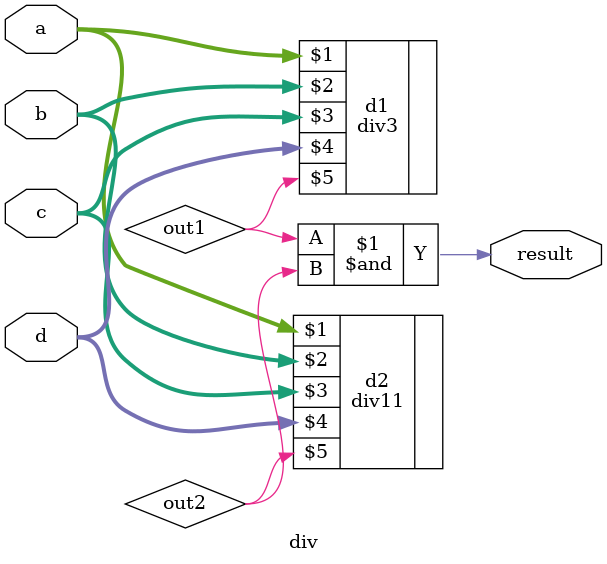
<source format=v>
`timescale 1ns / 1ps

module div(

	 input [3:0] a,
    input [3:0] b,
	 input [3:0] c,
	 input [3:0] d, 
	 output result
	// output out1,out2
    );
	 
	 wire out1;
	 wire out2;
	
div3 d1(a,b,c,d,out1);	
div11 d2(a,b,c,d,out2);

and(result,out1,out2);
 
//9999 = 9*4 = 36
 
endmodule
</source>
